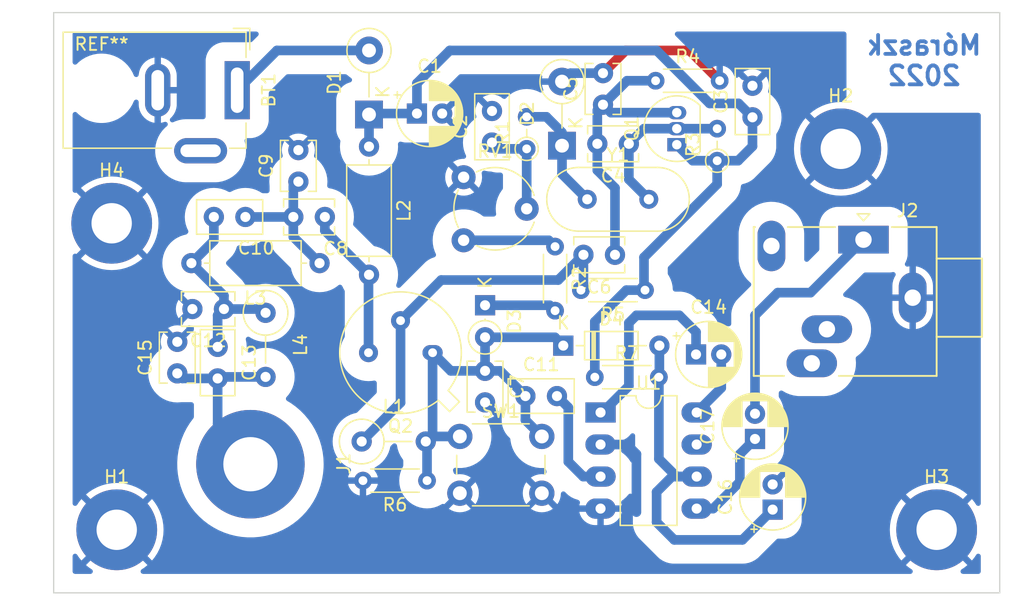
<source format=kicad_pcb>
(kicad_pcb (version 20211014) (generator pcbnew)
  (layers (0 "F.Cu" signal) (31 "B.Cu" signal) (34 "B.Paste" user) (35 "F.Paste" user) (36 "B.SilkS" user "B.Silkscreen") (37 "F.SilkS" user "F.Silkscreen") (38 "B.Mask" user) (39 "F.Mask" user) (44 "Edge.Cuts" user))
  (net 0 "")
  (net 1 "Net-(BT1-Pad1)")
  (net 2 "GND")
  (net 3 "VCC")
  (net 4 "Net-(C2-Pad1)")
  (net 5 "Net-(C4-Pad1)")
  (net 6 "Net-(C4-Pad2)")
  (net 7 "Net-(C6-Pad2)")
  (net 8 "Net-(C11-Pad1)")
  (net 9 "Net-(C8-Pad1)")
  (net 10 "Net-(C10-Pad1)")
  (net 11 "Net-(C10-Pad2)")
  (net 12 "Net-(C11-Pad2)")
  (net 13 "Net-(C13-Pad2)")
  (net 14 "Net-(C14-Pad1)")
  (net 15 "Net-(C14-Pad2)")
  (net 16 "Net-(C16-Pad1)")
  (net 17 "Net-(C17-Pad1)")
  (net 18 "Net-(C17-Pad2)")
  (net 19 "Net-(D2-Pad1)")
  (net 20 "Net-(D3-Pad1)")
  (net 21 "Net-(R2-Pad1)")
  (footprint "Capacitor_THT:C_Disc_D3.8mm_W2.6mm_P2.50mm" (layer "F.Cu") (at 128.5 63.2 180)
    (fp_text reference "C6" (at 1.25 -2.55) (layer "F.SilkS"))
    (fp_text value "470p")
    (pad "1" thru_hole circle (at 0 0 180) (size 1.6 1.6) (drill 0.8) (layers *.Cu *.Mask) (net 6 "Net-(C4-Pad2)"))
    (pad "2" thru_hole circle (at 2.5 0 180) (size 1.6 1.6) (drill 0.8) (layers *.Cu *.Mask) (net 7 "Net-(C6-Pad2)"))
  )
  (footprint "Capacitor_THT:C_Disc_D3.8mm_W2.6mm_P2.50mm" (layer "F.Cu") (at 129.6 54.4 180)
    (fp_text reference "C4" (at 1.25 -2.55) (layer "F.SilkS"))
    (fp_text value "470p")
    (pad "1" thru_hole circle (at 0 0 180) (size 1.6 1.6) (drill 0.8) (layers *.Cu *.Mask) (net 5 "Net-(C4-Pad1)"))
    (pad "2" thru_hole circle (at 2.5 0 180) (size 1.6 1.6) (drill 0.8) (layers *.Cu *.Mask) (net 6 "Net-(C4-Pad2)"))
  )
  (footprint "Package_TO_SOT_THT:TO-92_Inline" (layer "F.Cu") (at 133.4 54.47 90)
    (fp_text reference "Q1" (at 1.27 -3.56 90) (layer "F.SilkS"))
    (fp_text value "BC547")
    (pad "1" thru_hole rect (at 0 0 90) (size 1.05 1.5) (drill 0.75) (layers *.Cu *.Mask) (net 3 "VCC"))
    (pad "2" thru_hole oval (at 1.27 0 90) (size 1.05 1.5) (drill 0.75) (layers *.Cu *.Mask) (net 5 "Net-(C4-Pad1)"))
    (pad "3" thru_hole oval (at 2.54 0 90) (size 1.05 1.5) (drill 0.75) (layers *.Cu *.Mask) (net 6 "Net-(C4-Pad2)"))
  )
  (footprint "Inductor_THT:L_Axial_L7.0mm_D3.3mm_P10.16mm_Horizontal_Fastron_MICC" (layer "F.Cu") (at 109 54.62 -90)
    (fp_text reference "L2" (at 5.08 -2.77 90) (layer "F.SilkS"))
    (fp_text value "22u")
    (pad "1" thru_hole circle (at 0 0 270) (size 1.6 1.6) (drill 0.8) (layers *.Cu *.Mask) (net 3 "VCC"))
    (pad "2" thru_hole oval (at 10.16 0 270) (size 1.6 1.6) (drill 0.8) (layers *.Cu *.Mask) (net 9 "Net-(C8-Pad1)"))
  )
  (footprint "MountingHole:MountingHole_3.2mm_M3_Pad" (layer "F.Cu") (at 146.4 54.8)
    (fp_text reference "H2" (at 0 -4.2) (layer "F.SilkS"))
    (fp_text value "MountingHole_Pad")
    (pad "1" thru_hole circle (at 0 0) (size 6.4 6.4) (drill 3.2) (layers *.Cu *.Mask) (net 2 "GND"))
  )
  (footprint "MountingHole:MountingHole_3.2mm_M3_Pad" (layer "F.Cu") (at 88.6 60.7)
    (fp_text reference "H4" (at 0 -4.2) (layer "F.SilkS"))
    (fp_text value "MountingHole_Pad")
    (pad "1" thru_hole circle (at 0 0) (size 6.4 6.4) (drill 3.2) (layers *.Cu *.Mask) (net 2 "GND"))
  )
  (footprint "Crystal:Crystal_HC49-U_Vertical" (layer "F.Cu") (at 126.3 58.8)
    (fp_text reference "Y1" (at 2.44 -3.525) (layer "F.SilkS"))
    (fp_text value "3579kHz")
    (pad "1" thru_hole circle (at 0 0) (size 1.5 1.5) (drill 0.8) (layers *.Cu *.Mask) (net 19 "Net-(D2-Pad1)"))
    (pad "2" thru_hole circle (at 4.88 0) (size 1.5 1.5) (drill 0.8) (layers *.Cu *.Mask) (net 5 "Net-(C4-Pad1)"))
  )
  (footprint "MountingHole:MountingHole_3.2mm_M3_Pad" (layer "F.Cu") (at 89 85)
    (fp_text reference "H1" (at 0 -4.2) (layer "F.SilkS"))
    (fp_text value "MountingHole_Pad")
    (pad "1" thru_hole circle (at 0 0) (size 6.4 6.4) (drill 3.2) (layers *.Cu *.Mask) (net 2 "GND"))
  )
  (footprint "MountingHole:MountingHole_2.5mm" (layer "F.Cu") (at 87.8 50)
    (fp_text reference "REF**" (at 0 -3.5) (layer "F.SilkS"))
    (fp_text value "MountingHole_2.5mm")
    (pad "" np_thru_hole circle (at 0 0) (size 2.5 2.5) (drill 2.5) (layers *.Cu *.Mask))
  )
  (footprint "Capacitor_THT:CP_Radial_D5.0mm_P2.00mm" (layer "F.Cu") (at 112.8 52)
    (fp_text reference "C1" (at 1 -3.75) (layer "F.SilkS"))
    (fp_text value "47u")
    (pad "1" thru_hole rect (at 0 0) (size 1.6 1.6) (drill 0.8) (layers *.Cu *.Mask) (net 3 "VCC"))
    (pad "2" thru_hole circle (at 2 0) (size 1.6 1.6) (drill 0.8) (layers *.Cu *.Mask) (net 2 "GND"))
  )
  (footprint "Package_DIP:DIP-8_W7.62mm_LongPads" (layer "F.Cu") (at 127.355 75.7)
    (fp_text reference "U1" (at 3.81 -2.33) (layer "F.SilkS"))
    (fp_text value "LM386")
    (pad "1" thru_hole rect (at 0 0) (size 2.4 1.6) (drill 0.8) (layers *.Cu *.Mask) (net 14 "Net-(C14-Pad1)"))
    (pad "2" thru_hole oval (at 0 2.54) (size 2.4 1.6) (drill 0.8) (layers *.Cu *.Mask) (net 2 "GND"))
    (pad "3" thru_hole oval (at 0 5.08) (size 2.4 1.6) (drill 0.8) (layers *.Cu *.Mask) (net 12 "Net-(C11-Pad2)"))
    (pad "4" thru_hole oval (at 0 7.62) (size 2.4 1.6) (drill 0.8) (layers *.Cu *.Mask) (net 2 "GND"))
    (pad "5" thru_hole oval (at 7.62 7.62) (size 2.4 1.6) (drill 0.8) (layers *.Cu *.Mask) (net 17 "Net-(C17-Pad1)"))
    (pad "6" thru_hole oval (at 7.62 5.08) (size 2.4 1.6) (drill 0.8) (layers *.Cu *.Mask) (net 16 "Net-(C16-Pad1)"))
    (pad "7" thru_hole oval (at 7.62 2.54) (size 2.4 1.6) (drill 0.8) (layers *.Cu *.Mask))
    (pad "8" thru_hole oval (at 7.62 0) (size 2.4 1.6) (drill 0.8) (layers *.Cu *.Mask) (net 15 "Net-(C14-Pad2)"))
  )
  (footprint "Resistor_THT:R_Axial_DIN0204_L3.6mm_D1.6mm_P2.54mm_Vertical" (layer "F.Cu") (at 136.6 55.74 90)
    (fp_text reference "R3" (at 1.27 -1.92 90) (layer "F.SilkS"))
    (fp_text value "100k")
    (pad "1" thru_hole circle (at 0 0 90) (size 1.4 1.4) (drill 0.7) (layers *.Cu *.Mask) (net 3 "VCC"))
    (pad "2" thru_hole oval (at 2.54 0 90) (size 1.4 1.4) (drill 0.7) (layers *.Cu *.Mask) (net 5 "Net-(C4-Pad1)"))
  )
  (footprint "Capacitor_THT:C_Disc_D3.8mm_W2.6mm_P2.50mm" (layer "F.Cu") (at 105.5 60.2 180)
    (fp_text reference "C8" (at -0.85 -2.51) (layer "F.SilkS"))
    (fp_text value "10n")
    (pad "1" thru_hole circle (at 0 0 180) (size 1.6 1.6) (drill 0.8) (layers *.Cu *.Mask) (net 9 "Net-(C8-Pad1)"))
    (pad "2" thru_hole circle (at 2.5 0 180) (size 1.6 1.6) (drill 0.8) (layers *.Cu *.Mask) (net 10 "Net-(C10-Pad1)"))
  )
  (footprint "Capacitor_THT:C_Rect_L4.0mm_W2.5mm_P2.50mm" (layer "F.Cu") (at 97.5 67.5 180)
    (fp_text reference "C12" (at 1.25 -2.5) (layer "F.SilkS"))
    (fp_text value "1n")
    (pad "1" thru_hole circle (at 0 0 180) (size 1.6 1.6) (drill 0.8) (layers *.Cu *.Mask) (net 11 "Net-(C10-Pad2)"))
    (pad "2" thru_hole circle (at 2.5 0 180) (size 1.6 1.6) (drill 0.8) (layers *.Cu *.Mask) (net 2 "GND"))
  )
  (footprint "Diode_THT:D_DO-41_SOD81_P5.08mm_Vertical_KathodeUp" (layer "F.Cu") (at 109 52.08 90)
    (fp_text reference "D1" (at 2.54 -2.750635 90) (layer "F.SilkS"))
    (fp_text value "SB160")
    (fp_text user "K" (at 1.8 1.1 90) (layer "F.SilkS"))
    (pad "1" thru_hole rect (at 0 0 90) (size 2.2 2.2) (drill 1.1) (layers *.Cu *.Mask) (net 3 "VCC"))
    (pad "2" thru_hole oval (at 5.08 0 90) (size 2.2 2.2) (drill 1.1) (layers *.Cu *.Mask) (net 1 "Net-(BT1-Pad1)"))
  )
  (footprint "Capacitor_THT:C_Disc_D5.0mm_W2.5mm_P2.50mm" (layer "F.Cu") (at 139.4 52.3 90)
    (fp_text reference "C3" (at 1.25 -2.5 90) (layer "F.SilkS"))
    (fp_text value "100n")
    (pad "1" thru_hole circle (at 0 0 90) (size 1.6 1.6) (drill 0.8) (layers *.Cu *.Mask) (net 3 "VCC"))
    (pad "2" thru_hole circle (at 2.5 0 90) (size 1.6 1.6) (drill 0.8) (layers *.Cu *.Mask) (net 2 "GND"))
  )
  (footprint "Capacitor_THT:CP_Radial_D5.0mm_P2.00mm" (layer "F.Cu") (at 139.6 77.8 90)
    (fp_text reference "C17" (at 1 -3.75 90) (layer "F.SilkS"))
    (fp_text value "47u")
    (pad "1" thru_hole rect (at 0 0 90) (size 1.6 1.6) (drill 0.8) (layers *.Cu *.Mask) (net 17 "Net-(C17-Pad1)"))
    (pad "2" thru_hole circle (at 2 0 90) (size 1.6 1.6) (drill 0.8) (layers *.Cu *.Mask) (net 18 "Net-(C17-Pad2)"))
  )
  (footprint "Capacitor_THT:C_Disc_D5.0mm_W2.5mm_P2.50mm" (layer "F.Cu") (at 97 70.5 -90)
    (fp_text reference "C13" (at 1.25 -2.5 90) (layer "F.SilkS"))
    (fp_text value "100p")
    (pad "1" thru_hole circle (at 0 0 270) (size 1.6 1.6) (drill 0.8) (layers *.Cu *.Mask) (net 11 "Net-(C10-Pad2)"))
    (pad "2" thru_hole circle (at 2.5 0 270) (size 1.6 1.6) (drill 0.8) (layers *.Cu *.Mask) (net 13 "Net-(C13-Pad2)"))
  )
  (footprint "Connector_BarrelJack:BarrelJack_GCT_DCJ200-10-A_Horizontal" (layer "F.Cu") (at 98.55 50.15 -90)
    (fp_text reference "BT1" (at 0 -2.5 90) (layer "F.SilkS"))
    (fp_text value "Battery")
    (pad "1" thru_hole rect (at 0 0 270) (size 4.6 2) (drill oval 3.6 1) (layers *.Cu *.Mask) (net 1 "Net-(BT1-Pad1)"))
    (pad "2" thru_hole oval (at 0 6.3 270) (size 4.2 2) (drill oval 3.2 1) (layers *.Cu *.Mask) (net 2 "GND"))
    (pad "3" thru_hole oval (at 4.8 2.9 270) (size 2 4.2) (drill oval 1 3.2) (layers *.Cu *.Mask))
  )
  (footprint "Resistor_THT:R_Axial_DIN0204_L3.6mm_D1.6mm_P5.08mm_Horizontal" (layer "F.Cu") (at 126.9 72.9)
    (fp_text reference "R7" (at 2.54 -1.92) (layer "F.SilkS"))
    (fp_text value "1k")
    (pad "1" thru_hole circle (at 0 0) (size 1.4 1.4) (drill 0.7) (layers *.Cu *.Mask) (net 3 "VCC"))
    (pad "2" thru_hole oval (at 5.08 0) (size 1.4 1.4) (drill 0.7) (layers *.Cu *.Mask) (net 16 "Net-(C16-Pad1)"))
  )
  (footprint "Capacitor_THT:C_Disc_D5.0mm_W2.5mm_P2.50mm" (layer "F.Cu") (at 121.4 74.4)
    (fp_text reference "C11" (at 1.25 -2.5) (layer "F.SilkS"))
    (fp_text value "100n")
    (pad "1" thru_hole circle (at 0 0) (size 1.6 1.6) (drill 0.8) (layers *.Cu *.Mask) (net 8 "Net-(C11-Pad1)"))
    (pad "2" thru_hole circle (at 2.5 0) (size 1.6 1.6) (drill 0.8) (layers *.Cu *.Mask) (net 12 "Net-(C11-Pad2)"))
  )
  (footprint "Inductor_THT:L_Axial_L7.0mm_D3.3mm_P5.08mm_Vertical_Fastron_MICC" (layer "F.Cu") (at 108.42 78)
    (fp_text reference "L1" (at 2.54 -2.77) (layer "F.SilkS"))
    (fp_text value "100u")
    (pad "1" thru_hole circle (at 0 0) (size 1.6 1.6) (drill 0.8) (layers *.Cu *.Mask) (net 7 "Net-(C6-Pad2)"))
    (pad "2" thru_hole oval (at 5.08 0) (size 1.6 1.6) (drill 0.8) (layers *.Cu *.Mask) (net 8 "Net-(C11-Pad1)"))
  )
  (footprint "Potentiometer_THT:Potentiometer_Piher_PT-6-V_Vertical" (layer "F.Cu") (at 116.5 62.05)
    (fp_text reference "RV1" (at 2.5 -7.06) (layer "F.SilkS"))
    (fp_text value "100k")
    (pad "1" thru_hole circle (at 0 0) (size 1.9 1.9) (drill 0.9) (layers *.Cu *.Mask) (net 21 "Net-(R2-Pad1)"))
    (pad "2" thru_hole circle (at 5 -2.5) (size 1.9 1.9) (drill 0.9) (layers *.Cu *.Mask) (net 4 "Net-(C2-Pad1)"))
    (pad "3" thru_hole circle (at 0 -5) (size 1.9 1.9) (drill 0.9) (layers *.Cu *.Mask) (net 2 "GND"))
  )
  (footprint "Resistor_THT:R_Axial_DIN0204_L3.6mm_D1.6mm_P2.54mm_Vertical" (layer "F.Cu") (at 121.5 54.8 90)
    (fp_text reference "R1" (at 1.27 -1.92 90) (layer "F.SilkS"))
    (fp_text value "10k")
    (pad "1" thru_hole circle (at 0 0 90) (size 1.4 1.4) (drill 0.7) (layers *.Cu *.Mask) (net 4 "Net-(C2-Pad1)"))
    (pad "2" thru_hole oval (at 2.54 0 90) (size 1.4 1.4) (drill 0.7) (layers *.Cu *.Mask) (net 19 "Net-(D2-Pad1)"))
  )
  (footprint "Diode_THT:D_DO-35_SOD27_P7.62mm_Horizontal" (layer "F.Cu") (at 124.4 70.4)
    (fp_text reference "D4" (at 3.81 -2.12) (layer "F.SilkS"))
    (fp_text value "1N4148")
    (fp_text user "K" (at 0 -1.8) (layer "F.SilkS"))
    (pad "1" thru_hole rect (at 0 0) (size 1.6 1.6) (drill 0.8) (layers *.Cu *.Mask) (net 8 "Net-(C11-Pad1)"))
    (pad "2" thru_hole oval (at 7.62 0) (size 1.6 1.6) (drill 0.8) (layers *.Cu *.Mask) (net 16 "Net-(C16-Pad1)"))
  )
  (footprint "Resistor_THT:R_Axial_DIN0204_L3.6mm_D1.6mm_P5.08mm_Horizontal" (layer "F.Cu") (at 130.88 66 180)
    (fp_text reference "R5" (at 2.54 -1.92) (layer "F.SilkS"))
    (fp_text value "47k")
    (pad "1" thru_hole circle (at 0 0 180) (size 1.4 1.4) (drill 0.7) (layers *.Cu *.Mask) (net 3 "VCC"))
    (pad "2" thru_hole oval (at 5.08 0 180) (size 1.4 1.4) (drill 0.7) (layers *.Cu *.Mask) (net 7 "Net-(C6-Pad2)"))
  )
  (footprint "Button_Switch_THT:SW_PUSH_6mm_H9.5mm" (layer "F.Cu") (at 116.2 77.6)
    (fp_text reference "SW1" (at 3.25 -2) (layer "F.SilkS"))
    (fp_text value "SW_Push")
    (pad "1" thru_hole circle (at 0 0 90) (size 2 2) (drill 1.1) (layers *.Cu *.Mask) (net 8 "Net-(C11-Pad1)"))
    (pad "1" thru_hole circle (at 6.5 0 90) (size 2 2) (drill 1.1) (layers *.Cu *.Mask) (net 8 "Net-(C11-Pad1)"))
    (pad "2" thru_hole circle (at 0 4.5 90) (size 2 2) (drill 1.1) (layers *.Cu *.Mask) (net 2 "GND"))
    (pad "2" thru_hole circle (at 6.5 4.5 90) (size 2 2) (drill 1.1) (layers *.Cu *.Mask) (net 2 "GND"))
  )
  (footprint "Resistor_THT:R_Axial_DIN0204_L3.6mm_D1.6mm_P5.08mm_Horizontal" (layer "F.Cu") (at 123.75 62.55 -90)
    (fp_text reference "R2" (at 2.54 -1.92 90) (layer "F.SilkS"))
    (fp_text value "10k")
    (pad "1" thru_hole circle (at 0 0 270) (size 1.4 1.4) (drill 0.7) (layers *.Cu *.Mask) (net 21 "Net-(R2-Pad1)"))
    (pad "2" thru_hole oval (at 5.08 0 270) (size 1.4 1.4) (drill 0.7) (layers *.Cu *.Mask) (net 20 "Net-(D3-Pad1)"))
  )
  (footprint "Package_TO_SOT_THT:TO-39-3" (layer "F.Cu") (at 114.04 70.96 180)
    (fp_text reference "Q2" (at 2.54 -5.82) (layer "F.SilkS"))
    (fp_text value "2N2219")
    (pad "1" thru_hole oval (at 0 0 180) (size 1.6 1.2) (drill 0.7) (layers *.Cu *.Mask) (net 8 "Net-(C11-Pad1)"))
    (pad "2" thru_hole oval (at 2.54 2.54 180) (size 1.5 1.5) (drill 0.7) (layers *.Cu *.Mask) (net 7 "Net-(C6-Pad2)"))
    (pad "3" thru_hole oval (at 5.08 0 180) (size 1.5 1.5) (drill 0.7) (layers *.Cu *.Mask) (net 9 "Net-(C8-Pad1)"))
  )
  (footprint "Capacitor_THT:C_Disc_D5.0mm_W2.5mm_P2.50mm" (layer "F.Cu") (at 99.2 60.2 180)
    (fp_text reference "C10" (at -0.85 -2.46) (layer "F.SilkS"))
    (fp_text value "220p")
    (pad "1" thru_hole circle (at 0 0 180) (size 1.6 1.6) (drill 0.8) (layers *.Cu *.Mask) (net 10 "Net-(C10-Pad1)"))
    (pad "2" thru_hole circle (at 2.5 0 180) (size 1.6 1.6) (drill 0.8) (layers *.Cu *.Mask) (net 11 "Net-(C10-Pad2)"))
  )
  (footprint "Capacitor_THT:C_Disc_D3.8mm_W2.6mm_P2.50mm" (layer "F.Cu") (at 93.8 72.6 90)
    (fp_text reference "C15" (at 1.25 -2.55 90) (layer "F.SilkS"))
    (fp_text value "470p")
    (pad "1" thru_hole circle (at 0 0 90) (size 1.6 1.6) (drill 0.8) (layers *.Cu *.Mask) (net 13 "Net-(C13-Pad2)"))
    (pad "2" thru_hole circle (at 2.5 0 90) (size 1.6 1.6) (drill 0.8) (layers *.Cu *.Mask) (net 2 "GND"))
  )
  (footprint "Capacitor_THT:CP_Radial_D5.0mm_P2.00mm" (layer "F.Cu") (at 141 83.4 90)
    (fp_text reference "C16" (at 1 -3.75 90) (layer "F.SilkS"))
    (fp_text value "47u")
    (pad "1" thru_hole rect (at 0 0 90) (size 1.6 1.6) (drill 0.8) (layers *.Cu *.Mask) (net 16 "Net-(C16-Pad1)"))
    (pad "2" thru_hole circle (at 2 0 90) (size 1.6 1.6) (drill 0.8) (layers *.Cu *.Mask) (net 2 "GND"))
  )
  (footprint "Capacitor_THT:C_Disc_D3.8mm_W2.6mm_P2.50mm" (layer "F.Cu") (at 103.4 57.4 90)
    (fp_text reference "C9" (at 1.25 -2.55 90) (layer "F.SilkS"))
    (fp_text value "470p")
    (pad "1" thru_hole circle (at 0 0 90) (size 1.6 1.6) (drill 0.8) (layers *.Cu *.Mask) (net 10 "Net-(C10-Pad1)"))
    (pad "2" thru_hole circle (at 2.5 0 90) (size 1.6 1.6) (drill 0.8) (layers *.Cu *.Mask) (net 2 "GND"))
  )
  (footprint "MountingHole:MountingHole_4.3mm_M4_Pad" (layer "F.Cu") (at 99.6 79.8 -90)
    (fp_text reference "J1" (at -0.04 -7.4 90) (layer "F.SilkS"))
    (fp_text value "Conn_Coaxial")
    (pad "1" thru_hole circle (at 0 0 270) (size 8.6 8.6) (drill 4.3) (layers *.Cu *.Mask) (net 13 "Net-(C13-Pad2)"))
  )
  (footprint "Capacitor_THT:C_Disc_D3.8mm_W2.6mm_P2.50mm" (layer "F.Cu") (at 118.2 72.4 -90)
    (fp_text reference "C7" (at 1.25 -2.55 90) (layer "F.SilkS"))
    (fp_text value "10n")
    (pad "1" thru_hole circle (at 0 0 270) (size 1.6 1.6) (drill 0.8) (layers *.Cu *.Mask) (net 8 "Net-(C11-Pad1)"))
    (pad "2" thru_hole circle (at 2.5 0 270) (size 1.6 1.6) (drill 0.8) (layers *.Cu *.Mask) (net 2 "GND"))
  )
  (footprint "Inductor_THT:L_Axial_L7.0mm_D3.3mm_P5.08mm_Vertical_Fastron_MICC" (layer "F.Cu") (at 100.8 67.8 -90)
    (fp_text reference "L4" (at 2.54 -2.77 -90) (layer "F.SilkS"))
    (fp_text value "2u2")
    (pad "1" thru_hole circle (at 0 0 270) (size 1.6 1.6) (drill 0.8) (layers *.Cu *.Mask) (net 11 "Net-(C10-Pad2)"))
    (pad "2" thru_hole oval (at 5.08 0 270) (size 1.6 1.6) (drill 0.8) (layers *.Cu *.Mask) (net 13 "Net-(C13-Pad2)"))
  )
  (footprint "Capacitor_THT:C_Disc_D3.8mm_W2.6mm_P2.50mm" (layer "F.Cu") (at 127.55 51.3 90)
    (fp_text reference "C5" (at 1.25 -2.55 90) (layer "F.SilkS"))
    (fp_text value "470p")
    (pad "1" thru_hole circle (at 0 0 90) (size 1.6 1.6) (drill 0.8) (layers *.Cu *.Mask) (net 6 "Net-(C4-Pad2)"))
    (pad "2" thru_hole circle (at 2.5 0 90) (size 1.6 1.6) (drill 0.8) (layers *.Cu *.Mask) (net 2 "GND"))
  )
  (footprint "Capacitor_THT:C_Disc_D5.0mm_W2.5mm_P2.50mm" (layer "F.Cu") (at 118.75 54.3 90)
    (fp_text reference "C2" (at 1.25 -2.5 90) (layer "F.SilkS"))
    (fp_text value "100n")
    (pad "1" thru_hole circle (at 0 0 90) (size 1.6 1.6) (drill 0.8) (layers *.Cu *.Mask) (net 4 "Net-(C2-Pad1)"))
    (pad "2" thru_hole circle (at 2.5 0 90) (size 1.6 1.6) (drill 0.8) (layers *.Cu *.Mask) (net 2 "GND"))
  )
  (footprint "Diode_THT:D_DO-41_SOD81_P5.08mm_Vertical_KathodeUp" (layer "F.Cu") (at 124.3 54.55 90)
    (fp_text reference "D2" (at 2.54 -2.750635 90) (layer "F.SilkS"))
    (fp_text value "1N4001")
    (fp_text user "K" (at 1.8 1.1 90) (layer "F.SilkS"))
    (pad "1" thru_hole rect (at 0 0 90) (size 2.2 2.2) (drill 1.1) (layers *.Cu *.Mask) (net 19 "Net-(D2-Pad1)"))
    (pad "2" thru_hole oval (at 5.08 0 90) (size 2.2 2.2) (drill 1.1) (layers *.Cu *.Mask) (net 2 "GND"))
  )
  (footprint "Connector_Audio:Jack_3.5mm_Ledino_KB3SPRS_Horizontal" (layer "F.Cu") (at 148.2 62 180)
    (fp_text reference "J2" (at -3.5 2.3) (layer "F.SilkS"))
    (fp_text value "AudioJack2")
    (pad "R" thru_hole oval (at 4.1 -9.8 180) (size 4 2.2) (drill 1.3) (layers *.Cu *.Mask))
    (pad "RN" thru_hole oval (at 2.9 -7.1 180) (size 4 2.2) (drill 1.3) (layers *.Cu *.Mask))
    (pad "S" thru_hole oval (at -3.9 -4.6 180) (size 2.2 4) (drill 1.3) (layers *.Cu *.Mask) (net 2 "GND"))
    (pad "T" thru_hole rect (at 0 0 180) (size 4 2.2) (drill 1.3) (layers *.Cu *.Mask) (net 18 "Net-(C17-Pad2)"))
    (pad "TN" thru_hole oval (at 7.3 -0.5 270) (size 4 2.2) (drill 1.3) (layers *.Cu *.Mask))
  )
  (footprint "MountingHole:MountingHole_3.2mm_M3_Pad" (layer "F.Cu") (at 154 85)
    (fp_text reference "H3" (at 0 -4.2) (layer "F.SilkS"))
    (fp_text value "MountingHole_Pad")
    (pad "1" thru_hole circle (at 0 0) (size 6.4 6.4) (drill 3.2) (layers *.Cu *.Mask) (net 2 "GND"))
  )
  (footprint "Resistor_THT:R_Axial_DIN0204_L3.6mm_D1.6mm_P5.08mm_Horizontal" (layer "F.Cu") (at 113.6 81.1 180)
    (fp_text reference "R6" (at 2.54 -1.92) (layer "F.SilkS"))
    (fp_text value "10k")
    (pad "1" thru_hole circle (at 0 0 180) (size 1.4 1.4) (drill 0.7) (layers *.Cu *.Mask) (net 8 "Net-(C11-Pad1)"))
    (pad "2" thru_hole oval (at 5.08 0 180) (size 1.4 1.4) (drill 0.7) (layers *.Cu *.Mask) (net 2 "GND"))
  )
  (footprint "Diode_THT:D_DO-35_SOD27_P2.54mm_Vertical_KathodeUp" (layer "F.Cu") (at 118.2 67.2 -90)
    (fp_text reference "D3" (at 1.27 -2.326371 90) (layer "F.SilkS"))
    (fp_text value "1N4148")
    (fp_text user "K" (at -1.8 0 90) (layer "F.SilkS"))
    (pad "1" thru_hole rect (at 0 0 270) (size 1.6 1.6) (drill 0.8) (layers *.Cu *.Mask) (net 20 "Net-(D3-Pad1)"))
    (pad "2" thru_hole oval (at 2.54 0 270) (size 1.6 1.6) (drill 0.8) (layers *.Cu *.Mask) (net 8 "Net-(C11-Pad1)"))
  )
  (footprint "Capacitor_THT:CP_Radial_D5.0mm_P2.00mm" (layer "F.Cu") (at 134.924888 71.1)
    (fp_text reference "C14" (at 1 -3.75) (layer "F.SilkS"))
    (fp_text value "47u")
    (pad "1" thru_hole rect (at 0 0) (size 1.6 1.6) (drill 0.8) (layers *.Cu *.Mask) (net 14 "Net-(C14-Pad1)"))
    (pad "2" thru_hole circle (at 2 0) (size 1.6 1.6) (drill 0.8) (layers *.Cu *.Mask) (net 15 "Net-(C14-Pad2)"))
  )
  (footprint "Resistor_THT:R_Axial_DIN0204_L3.6mm_D1.6mm_P5.08mm_Horizontal" (layer "F.Cu") (at 131.72 49.4)
    (fp_text reference "R4" (at 2.54 -1.92) (layer "F.SilkS"))
    (fp_text value "2k2")
    (pad "1" thru_hole circle (at 0 0) (size 1.4 1.4) (drill 0.7) (layers *.Cu *.Mask) (net 6 "Net-(C4-Pad2)"))
    (pad "2" thru_hole oval (at 5.08 0) (size 1.4 1.4) (drill 0.7) (layers *.Cu *.Mask) (net 2 "GND"))
  )
  (footprint "Inductor_THT:L_Axial_L7.0mm_D3.3mm_P10.16mm_Horizontal_Fastron_MICC" (layer "F.Cu") (at 105.08 63.86 180)
    (fp_text reference "L3" (at 5.08 -2.77) (layer "F.SilkS"))
    (fp_text value "2u2")
    (pad "1" thru_hole circle (at 0 0 180) (size 1.6 1.6) (drill 0.8) (layers *.Cu *.Mask) (net 10 "Net-(C10-Pad1)"))
    (pad "2" thru_hole oval (at 10.16 0 180) (size 1.6 1.6) (drill 0.8) (layers *.Cu *.Mask) (net 11 "Net-(C10-Pad2)"))
  )
  (gr_line (start 84 90) (end 84 44) (layer "Edge.Cuts") (width 0.1))
  (gr_line (start 159 90) (end 84 90) (layer "Edge.Cuts") (width 0.1))
  (gr_line (start 84 44) (end 159 44) (layer "Edge.Cuts") (width 0.1))
  (gr_line (start 84 44) (end 84 44) (layer "Edge.Cuts") (width 0.1))
  (gr_line (start 159 44) (end 159 90) (layer "Edge.Cuts") (width 0.1))
  (gr_text "Móraszk\n2022" (at 153 47.8) (layer "B.Cu") (effects (font (size 1.5 1.5) (thickness 0.3)) (justify mirror)))
  (segment (start 101.7 47) (end 98.55 50.15) (width 0.762) (layer "B.Cu") (net 1))
  (segment (start 109 47) (end 101.7 47) (width 0.762) (layer "B.Cu") (net 1))
  (segment (start 134.4 47) (end 136.8 49.4) (width 0.762) (layer "F.Cu") (net 2))
  (segment (start 129.35 47) (end 134.4 47) (width 0.762) (layer "F.Cu") (net 2))
  (segment (start 127.55 48.8) (end 129.35 47) (width 0.762) (layer "F.Cu") (net 2))
  (segment (start 127.55 48.8) (end 124.97 48.8) (width 0.762) (layer "B.Cu") (net 2))
  (segment (start 130.2 79) (end 130.2 83.6) (width 0.762) (layer "B.Cu") (net 2))
  (segment (start 124.97 48.8) (end 124.3 49.47) (width 0.762) (layer "B.Cu") (net 2))
  (segment (start 129.44 78.24) (end 130.2 79) (width 0.762) (layer "B.Cu") (net 2))
  (segment (start 127.355 78.24) (end 129.44 78.24) (width 0.762) (layer "B.Cu") (net 2))
  (segment (start 136 51.2) (end 131.8 47) (width 0.762) (layer "B.Cu") (net 3))
  (segment (start 109.08 52) (end 109 52.08) (width 0.762) (layer "B.Cu") (net 3))
  (segment (start 139.4 52.3) (end 138.3 51.2) (width 0.762) (layer "B.Cu") (net 3))
  (segment (start 138.26 55.74) (end 139.4 54.6) (width 0.762) (layer "B.Cu") (net 3))
  (segment (start 136.6 55.74) (end 134.67 55.74) (width 0.762) (layer "B.Cu") (net 3))
  (segment (start 115.4 47) (end 112.8 49.6) (width 0.762) (layer "B.Cu") (net 3))
  (segment (start 109 54.62) (end 109 52.08) (width 0.762) (layer "B.Cu") (net 3))
  (segment (start 129.4 66) (end 130.88 66) (width 0.762) (layer "B.Cu") (net 3))
  (segment (start 112.8 49.6) (end 112.8 52) (width 0.762) (layer "B.Cu") (net 3))
  (segment (start 130.8 65.92) (end 130.88 66) (width 0.762) (layer "B.Cu") (net 3))
  (segment (start 136.6 55.74) (end 136.6 57.6) (width 0.762) (layer "B.Cu") (net 3))
  (segment (start 126.9 72.9) (end 126.9 68.5) (width 0.762) (layer "B.Cu") (net 3))
  (segment (start 136.6 55.74) (end 138.26 55.74) (width 0.762) (layer "B.Cu") (net 3))
  (segment (start 126.9 68.5) (end 129.4 66) (width 0.762) (layer "B.Cu") (net 3))
  (segment (start 139.4 54.6) (end 139.4 52.3) (width 0.762) (layer "B.Cu") (net 3))
  (segment (start 136.6 57.6) (end 130.8 63.4) (width 0.762) (layer "B.Cu") (net 3))
  (segment (start 138.3 51.2) (end 136 51.2) (width 0.762) (layer "B.Cu") (net 3))
  (segment (start 112.8 52) (end 109.08 52) (width 0.762) (layer "B.Cu") (net 3))
  (segment (start 134.67 55.74) (end 133.4 54.47) (width 0.762) (layer "B.Cu") (net 3))
  (segment (start 131.8 47) (end 115.4 47) (width 0.762) (layer "B.Cu") (net 3))
  (segment (start 130.8 63.4) (end 130.8 65.92) (width 0.762) (layer "B.Cu") (net 3))
  (segment (start 121.5 54.8) (end 119.25 54.8) (width 0.762) (layer "B.Cu") (net 4))
  (segment (start 121.5 59.55) (end 121.5 54.8) (width 0.762) (layer "B.Cu") (net 4))
  (segment (start 119.25 54.8) (end 118.75 54.3) (width 0.762) (layer "B.Cu") (net 4))
  (segment (start 133.4 53.2) (end 130.8 53.2) (width 0.762) (layer "B.Cu") (net 5))
  (segment (start 133.4 53.2) (end 136.6 53.2) (width 0.762) (layer "B.Cu") (net 5))
  (segment (start 129.6 54.4) (end 129.6 57.22) (width 0.762) (layer "B.Cu") (net 5))
  (segment (start 130.8 53.2) (end 129.6 54.4) (width 0.762) (layer "B.Cu") (net 5))
  (segment (start 129.6 57.22) (end 131.18 58.8) (width 0.762) (layer "B.Cu") (net 5))
  (segment (start 127.1 54.4) (end 127.1 51.75) (width 0.762) (layer "B.Cu") (net 6))
  (segment (start 127.1 54.4) (end 127.1 56.5) (width 0.762) (layer "B.Cu") (net 6))
  (segment (start 131.72 49.4) (end 129.45 49.4) (width 0.762) (layer "B.Cu") (net 6))
  (segment (start 133.4 51.93) (end 128.18 51.93) (width 0.762) (layer "B.Cu") (net 6))
  (segment (start 129.45 49.4) (end 127.55 51.3) (width 0.762) (layer "B.Cu") (net 6))
  (segment (start 127.1 56.5) (end 128.5 57.9) (width 0.762) (layer "B.Cu") (net 6))
  (segment (start 128.5 57.9) (end 128.5 63.2) (width 0.762) (layer "B.Cu") (net 6))
  (segment (start 128.18 51.93) (end 127.55 51.3) (width 0.762) (layer "B.Cu") (net 6))
  (segment (start 127.1 51.75) (end 127.55 51.3) (width 0.762) (layer "B.Cu") (net 6))
  (segment (start 111.5 74.92) (end 111.5 68.42) (width 0.762) (layer "B.Cu") (net 7))
  (segment (start 124 65.2) (end 126 63.2) (width 0.762) (layer "B.Cu") (net 7))
  (segment (start 111.5 68.42) (end 114.72 65.2) (width 0.762) (layer "B.Cu") (net 7))
  (segment (start 114.72 65.2) (end 124 65.2) (width 0.762) (layer "B.Cu") (net 7))
  (segment (start 108.42 78) (end 111.5 74.92) (width 0.762) (layer "B.Cu") (net 7))
  (segment (start 126 65.8) (end 125.8 66) (width 0.762) (layer "B.Cu") (net 7))
  (segment (start 126 63.2) (end 126 65.8) (width 0.762) (layer "B.Cu") (net 7))
  (segment (start 121.4 74.4) (end 121.4 76.3) (width 0.762) (layer "B.Cu") (net 8))
  (segment (start 114.04 70.96) (end 114.04 77.46) (width 0.762) (layer "B.Cu") (net 8))
  (segment (start 118.2 72.4) (end 115.48 72.4) (width 0.762) (layer "B.Cu") (net 8))
  (segment (start 113.9 77.6) (end 113.5 78) (width 0.762) (layer "B.Cu") (net 8))
  (segment (start 118.2 72.4) (end 118.2 69.74) (width 0.762) (layer "B.Cu") (net 8))
  (segment (start 116.2 77.6) (end 113.9 77.6) (width 0.762) (layer "B.Cu") (net 8))
  (segment (start 118.2 72.4) (end 119.4 72.4) (width 0.762) (layer "B.Cu") (net 8))
  (segment (start 114.04 77.46) (end 113.5 78) (width 0.762) (layer "B.Cu") (net 8))
  (segment (start 119.4 72.4) (end 121.4 74.4) (width 0.762) (layer "B.Cu") (net 8))
  (segment (start 118.2 69.74) (end 123.74 69.74) (width 0.762) (layer "B.Cu") (net 8))
  (segment (start 123.74 69.74) (end 124.4 70.4) (width 0.762) (layer "B.Cu") (net 8))
  (segment (start 115.48 72.4) (end 114.04 70.96) (width 0.762) (layer "B.Cu") (net 8))
  (segment (start 113.6 81.1) (end 113.6 78.1) (width 0.762) (layer "B.Cu") (net 8))
  (segment (start 121.4 76.3) (end 122.7 77.6) (width 0.762) (layer "B.Cu") (net 8))
  (segment (start 113.6 78.1) (end 113.5 78) (width 0.762) (layer "B.Cu") (net 8))
  (segment (start 108.96 64.82) (end 109 64.78) (width 0.762) (layer "B.Cu") (net 9))
  (segment (start 108.96 70.96) (end 108.96 64.82) (width 0.762) (layer "B.Cu") (net 9))
  (segment (start 105.5 61.28) (end 109 64.78) (width 0.762) (layer "B.Cu") (net 9))
  (segment (start 105.5 60.2) (end 105.5 61.28) (width 0.762) (layer "B.Cu") (net 9))
  (segment (start 103 60.2) (end 103 57.8) (width 0.762) (layer "B.Cu") (net 10))
  (segment (start 99.2 60.2) (end 103 60.2) (width 0.762) (layer "B.Cu") (net 10))
  (segment (start 103 60.2) (end 103 61.78) (width 0.762) (layer "B.Cu") (net 10))
  (segment (start 103 61.78) (end 105.08 63.86) (width 0.762) (layer "B.Cu") (net 10))
  (segment (start 103 57.8) (end 103.4 57.4) (width 0.762) (layer "B.Cu") (net 10))
  (segment (start 97.5 66.44) (end 94.92 63.86) (width 0.762) (layer "B.Cu") (net 11))
  (segment (start 97.5 67.5) (end 97.5 66.44) (width 0.762) (layer "B.Cu") (net 11))
  (segment (start 96.7 60.2) (end 96.7 62.08) (width 0.762) (layer "B.Cu") (net 11))
  (segment (start 97.5 67.5) (end 100.5 67.5) (width 0.762) (layer "B.Cu") (net 11))
  (segment (start 100.5 67.5) (end 100.8 67.8) (width 0.762) (layer "B.Cu") (net 11))
  (segment (start 96.7 62.08) (end 94.92 63.86) (width 0.762) (layer "B.Cu") (net 11))
  (segment (start 97 70.5) (end 97 68) (width 0.762) (layer "B.Cu") (net 11))
  (segment (start 97 68) (end 97.5 67.5) (width 0.762) (layer "B.Cu") (net 11))
  (segment (start 125.98 80.78) (end 124.8 79.6) (width 0.762) (layer "B.Cu") (net 12))
  (segment (start 127.355 80.78) (end 125.98 80.78) (width 0.762) (layer "B.Cu") (net 12))
  (segment (start 124.8 79.6) (end 124.8 75.3) (width 0.762) (layer "B.Cu") (net 12))
  (segment (start 124.8 75.3) (end 123.9 74.4) (width 0.762) (layer "B.Cu") (net 12))
  (segment (start 97 76.6) (end 99.4 79) (width 0.762) (layer "B.Cu") (net 13))
  (segment (start 97 73) (end 94.2 73) (width 0.762) (layer "B.Cu") (net 13))
  (segment (start 97 73) (end 97 76.6) (width 0.762) (layer "B.Cu") (net 13))
  (segment (start 100.8 72.88) (end 97.12 72.88) (width 0.762) (layer "B.Cu") (net 13))
  (segment (start 94.2 73) (end 93.8 72.6) (width 0.762) (layer "B.Cu") (net 13))
  (segment (start 97.12 72.88) (end 97 73) (width 0.762) (layer "B.Cu") (net 13))
  (segment (start 129.6 73.6) (end 129.6 68.6) (width 0.762) (layer "B.Cu") (net 14))
  (segment (start 129.6 68.6) (end 130.2 68) (width 0.762) (layer "B.Cu") (net 14))
  (segment (start 134.924888 69.324888) (end 134.924888 71.1) (width 0.762) (layer "B.Cu") (net 14))
  (segment (start 127.5 75.7) (end 129.6 73.6) (width 0.762) (layer "B.Cu") (net 14))
  (segment (start 133.6 68) (end 134.924888 69.324888) (width 0.762) (layer "B.Cu") (net 14))
  (segment (start 130.2 68) (end 133.6 68) (width 0.762) (layer "B.Cu") (net 14))
  (segment (start 127.355 75.7) (end 127.5 75.7) (width 0.762) (layer "B.Cu") (net 14))
  (segment (start 136.924888 71.1) (end 136.924888 73.750112) (width 0.762) (layer "B.Cu") (net 15))
  (segment (start 136.924888 73.750112) (end 134.975 75.7) (width 0.762) (layer "B.Cu") (net 15))
  (segment (start 133.38 80.78) (end 131.98 79.38) (width 0.762) (layer "B.Cu") (net 16))
  (segment (start 138.6 85.8) (end 133.2 85.8) (width 0.762) (layer "B.Cu") (net 16))
  (segment (start 131.8 84.4) (end 131.8 82) (width 0.762) (layer "B.Cu") (net 16))
  (segment (start 133.02 80.78) (end 131.8 82) (width 0.762) (layer "B.Cu") (net 16))
  (segment (start 138.6 85.8) (end 141 83.4) (width 0.762) (layer "B.Cu") (net 16))
  (segment (start 134.975 80.78) (end 133.02 80.78) (width 0.762) (layer "B.Cu") (net 16))
  (segment (start 132.02 70.4) (end 132.02 72.86) (width 0.762) (layer "B.Cu") (net 16))
  (segment (start 131.98 79.38) (end 131.98 72.9) (width 0.762) (layer "B.Cu") (net 16))
  (segment (start 134.975 80.78) (end 133.38 80.78) (width 0.762) (layer "B.Cu") (net 16))
  (segment (start 132.02 72.86) (end 131.98 72.9) (width 0.762) (layer "B.Cu") (net 16))
  (segment (start 133.2 85.8) (end 131.8 84.4) (width 0.762) (layer "B.Cu") (net 16))
  (segment (start 138.4 81.2) (end 138.4 79) (width 0.762) (layer "B.Cu") (net 17))
  (segment (start 134.975 83.32) (end 136.28 83.32) (width 0.762) (layer "B.Cu") (net 17))
  (segment (start 138.4 79) (end 139.6 77.8) (width 0.762) (layer "B.Cu") (net 17))
  (segment (start 136.28 83.32) (end 138.4 81.2) (width 0.762) (layer "B.Cu") (net 17))
  (segment (start 141.4 66.2) (end 139.6 68) (width 0.762) (layer "B.Cu") (net 18))
  (segment (start 148.2 62) (end 144 66.2) (width 0.762) (layer "B.Cu") (net 18))
  (segment (start 144 66.2) (end 141.4 66.2) (width 0.762) (layer "B.Cu") (net 18))
  (segment (start 139.6 68) (end 139.6 75.8) (width 0.762) (layer "B.Cu") (net 18))
  (segment (start 124.3 56.8) (end 126.3 58.8) (width 0.762) (layer "B.Cu") (net 19))
  (segment (start 121.5 52.26) (end 123.06 52.26) (width 0.762) (layer "B.Cu") (net 19))
  (segment (start 123.06 52.26) (end 124.3 53.5) (width 0.762) (layer "B.Cu") (net 19))
  (segment (start 124.3 54.55) (end 124.3 56.8) (width 0.762) (layer "B.Cu") (net 19))
  (segment (start 123.32 67.2) (end 123.75 67.63) (width 0.762) (layer "B.Cu") (net 20))
  (segment (start 118.2 67.2) (end 123.32 67.2) (width 0.762) (layer "B.Cu") (net 20))
  (segment (start 116.5 62.05) (end 123.25 62.05) (width 0.762) (layer "B.Cu") (net 21))
  (segment (start 123.25 62.05) (end 123.75 62.55) (width 0.762) (layer "B.Cu") (net 21))
  (zone (net 2) (net_name "GND") (layer "B.Cu") (connect_pads (clearance 1.5)) (min_thickness 0.4) (fill yes (thermal_gap 0.508) (thermal_bridge_width 0.508))
    (polygon (pts (xy 160.8 91.4) (xy 81.8 91.6) (xy 82.8 43) (xy 160.4 43)))
  )
)
</source>
